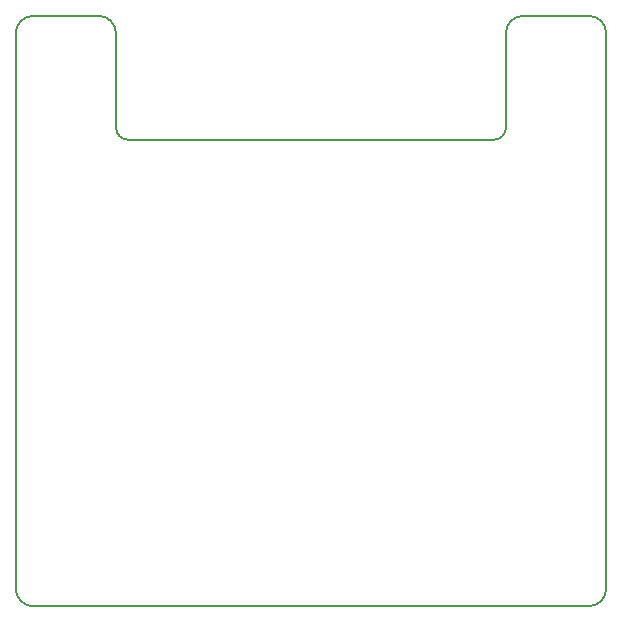
<source format=gm1>
%TF.GenerationSoftware,KiCad,Pcbnew,5.1.10-88a1d61d58~88~ubuntu20.04.1*%
%TF.CreationDate,2021-05-11T00:45:08+02:00*%
%TF.ProjectId,mfx-link2,6d66782d-6c69-46e6-9b32-2e6b69636164,rev?*%
%TF.SameCoordinates,Original*%
%TF.FileFunction,Profile,NP*%
%FSLAX46Y46*%
G04 Gerber Fmt 4.6, Leading zero omitted, Abs format (unit mm)*
G04 Created by KiCad (PCBNEW 5.1.10-88a1d61d58~88~ubuntu20.04.1) date 2021-05-11 00:45:08*
%MOMM*%
%LPD*%
G01*
G04 APERTURE LIST*
%TA.AperFunction,Profile*%
%ADD10C,0.150000*%
%TD*%
G04 APERTURE END LIST*
D10*
X161950000Y-95350000D02*
X161950000Y-103350000D01*
X168950000Y-93850000D02*
X163450000Y-93850000D01*
X127450000Y-93850000D02*
X121950000Y-93850000D01*
X128950000Y-103350000D02*
X128950000Y-95350000D01*
X160950000Y-104350000D02*
X129950000Y-104350000D01*
X160950000Y-104350000D02*
G75*
G03*
X161950000Y-103350000I0J1000000D01*
G01*
X128950000Y-103350000D02*
G75*
G03*
X129950000Y-104350000I1000000J0D01*
G01*
X128950000Y-95350000D02*
G75*
G03*
X127450000Y-93850000I-1500000J0D01*
G01*
X163450000Y-93850000D02*
G75*
G03*
X161950000Y-95350000I0J-1500000D01*
G01*
X120450000Y-95350000D02*
X120450000Y-142350000D01*
X170450000Y-142350000D02*
X170450000Y-95350000D01*
X120450000Y-142350000D02*
G75*
G03*
X121950000Y-143850000I1500000J0D01*
G01*
X168950000Y-143850000D02*
G75*
G03*
X170450000Y-142350000I0J1500000D01*
G01*
X121950000Y-93850000D02*
G75*
G03*
X120450000Y-95350000I0J-1500000D01*
G01*
X170450000Y-95350000D02*
G75*
G03*
X168950000Y-93850000I-1500000J0D01*
G01*
X168950000Y-143850000D02*
X121950000Y-143850000D01*
M02*

</source>
